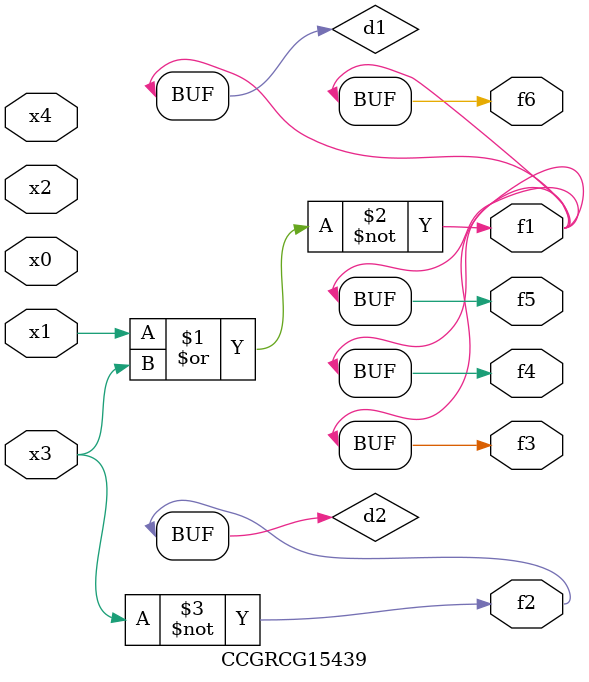
<source format=v>
module CCGRCG15439(
	input x0, x1, x2, x3, x4,
	output f1, f2, f3, f4, f5, f6
);

	wire d1, d2;

	nor (d1, x1, x3);
	not (d2, x3);
	assign f1 = d1;
	assign f2 = d2;
	assign f3 = d1;
	assign f4 = d1;
	assign f5 = d1;
	assign f6 = d1;
endmodule

</source>
